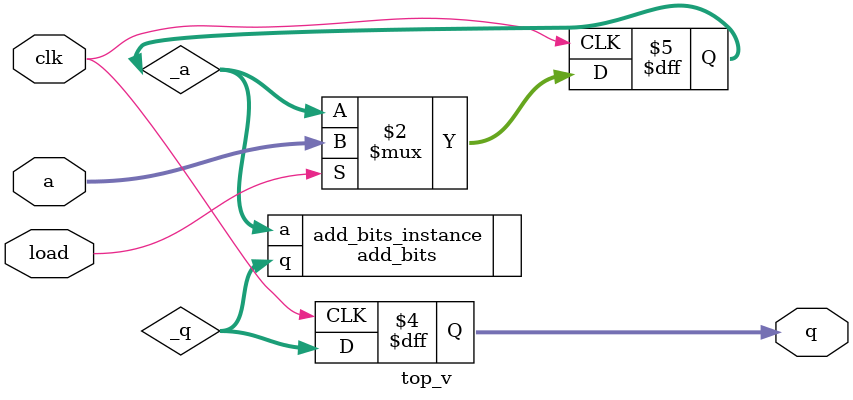
<source format=v>
`timescale 1ns/1ps

module top_v (
    input clk,  
    input load,
    input [7:0] a,
    output reg [3:0] q
);

reg [7:0] _a;
wire [3:0] _q;

add_bits add_bits_instance (
    .a(_a),
    .q(_q)
);

always@(posedge clk) begin
 q <= _q;

    if (load)
    begin
        _a <= a;
    end
end    

endmodule
</source>
